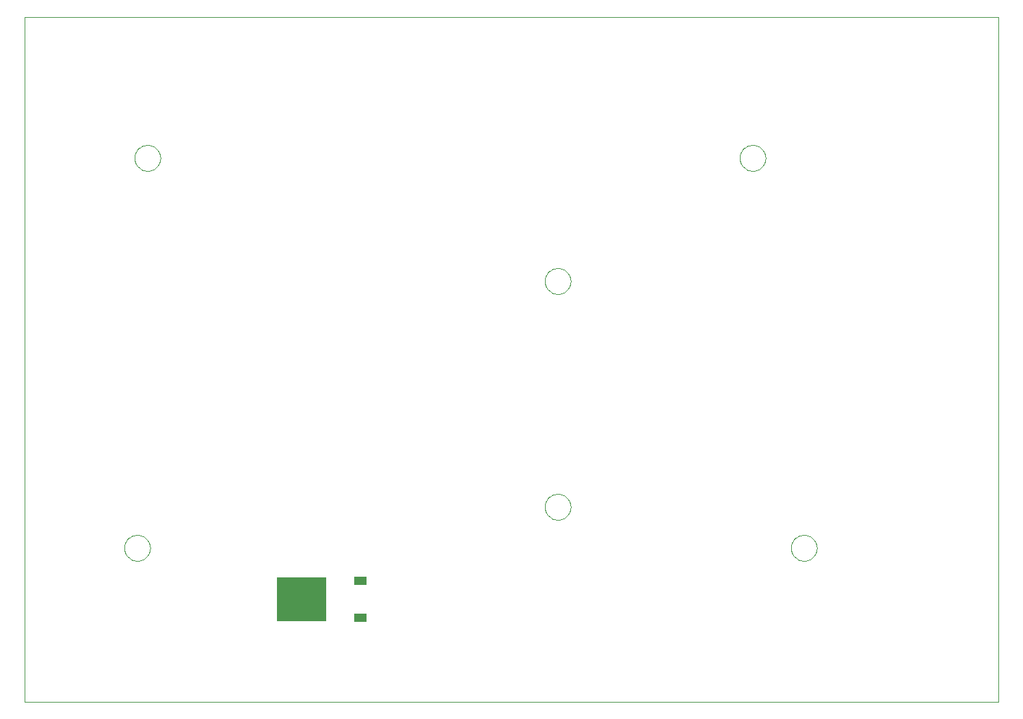
<source format=gbp>
G75*
%MOIN*%
%OFA0B0*%
%FSLAX24Y24*%
%IPPOS*%
%LPD*%
%AMOC8*
5,1,8,0,0,1.08239X$1,22.5*
%
%ADD10C,0.0000*%
%ADD11R,0.2441X0.2126*%
%ADD12R,0.0630X0.0394*%
D10*
X002625Y002680D02*
X002625Y036050D01*
X050117Y036050D01*
X050117Y002680D01*
X002625Y002680D01*
X007495Y010180D02*
X007497Y010230D01*
X007503Y010280D01*
X007513Y010329D01*
X007527Y010377D01*
X007544Y010424D01*
X007565Y010469D01*
X007590Y010513D01*
X007618Y010554D01*
X007650Y010593D01*
X007684Y010630D01*
X007721Y010664D01*
X007761Y010694D01*
X007803Y010721D01*
X007847Y010745D01*
X007893Y010766D01*
X007940Y010782D01*
X007988Y010795D01*
X008038Y010804D01*
X008087Y010809D01*
X008138Y010810D01*
X008188Y010807D01*
X008237Y010800D01*
X008286Y010789D01*
X008334Y010774D01*
X008380Y010756D01*
X008425Y010734D01*
X008468Y010708D01*
X008509Y010679D01*
X008548Y010647D01*
X008584Y010612D01*
X008616Y010574D01*
X008646Y010534D01*
X008673Y010491D01*
X008696Y010447D01*
X008715Y010401D01*
X008731Y010353D01*
X008743Y010304D01*
X008751Y010255D01*
X008755Y010205D01*
X008755Y010155D01*
X008751Y010105D01*
X008743Y010056D01*
X008731Y010007D01*
X008715Y009959D01*
X008696Y009913D01*
X008673Y009869D01*
X008646Y009826D01*
X008616Y009786D01*
X008584Y009748D01*
X008548Y009713D01*
X008509Y009681D01*
X008468Y009652D01*
X008425Y009626D01*
X008380Y009604D01*
X008334Y009586D01*
X008286Y009571D01*
X008237Y009560D01*
X008188Y009553D01*
X008138Y009550D01*
X008087Y009551D01*
X008038Y009556D01*
X007988Y009565D01*
X007940Y009578D01*
X007893Y009594D01*
X007847Y009615D01*
X007803Y009639D01*
X007761Y009666D01*
X007721Y009696D01*
X007684Y009730D01*
X007650Y009767D01*
X007618Y009806D01*
X007590Y009847D01*
X007565Y009891D01*
X007544Y009936D01*
X007527Y009983D01*
X007513Y010031D01*
X007503Y010080D01*
X007497Y010130D01*
X007495Y010180D01*
X027995Y012180D02*
X027997Y012230D01*
X028003Y012280D01*
X028013Y012329D01*
X028027Y012377D01*
X028044Y012424D01*
X028065Y012469D01*
X028090Y012513D01*
X028118Y012554D01*
X028150Y012593D01*
X028184Y012630D01*
X028221Y012664D01*
X028261Y012694D01*
X028303Y012721D01*
X028347Y012745D01*
X028393Y012766D01*
X028440Y012782D01*
X028488Y012795D01*
X028538Y012804D01*
X028587Y012809D01*
X028638Y012810D01*
X028688Y012807D01*
X028737Y012800D01*
X028786Y012789D01*
X028834Y012774D01*
X028880Y012756D01*
X028925Y012734D01*
X028968Y012708D01*
X029009Y012679D01*
X029048Y012647D01*
X029084Y012612D01*
X029116Y012574D01*
X029146Y012534D01*
X029173Y012491D01*
X029196Y012447D01*
X029215Y012401D01*
X029231Y012353D01*
X029243Y012304D01*
X029251Y012255D01*
X029255Y012205D01*
X029255Y012155D01*
X029251Y012105D01*
X029243Y012056D01*
X029231Y012007D01*
X029215Y011959D01*
X029196Y011913D01*
X029173Y011869D01*
X029146Y011826D01*
X029116Y011786D01*
X029084Y011748D01*
X029048Y011713D01*
X029009Y011681D01*
X028968Y011652D01*
X028925Y011626D01*
X028880Y011604D01*
X028834Y011586D01*
X028786Y011571D01*
X028737Y011560D01*
X028688Y011553D01*
X028638Y011550D01*
X028587Y011551D01*
X028538Y011556D01*
X028488Y011565D01*
X028440Y011578D01*
X028393Y011594D01*
X028347Y011615D01*
X028303Y011639D01*
X028261Y011666D01*
X028221Y011696D01*
X028184Y011730D01*
X028150Y011767D01*
X028118Y011806D01*
X028090Y011847D01*
X028065Y011891D01*
X028044Y011936D01*
X028027Y011983D01*
X028013Y012031D01*
X028003Y012080D01*
X027997Y012130D01*
X027995Y012180D01*
X039995Y010180D02*
X039997Y010230D01*
X040003Y010280D01*
X040013Y010329D01*
X040027Y010377D01*
X040044Y010424D01*
X040065Y010469D01*
X040090Y010513D01*
X040118Y010554D01*
X040150Y010593D01*
X040184Y010630D01*
X040221Y010664D01*
X040261Y010694D01*
X040303Y010721D01*
X040347Y010745D01*
X040393Y010766D01*
X040440Y010782D01*
X040488Y010795D01*
X040538Y010804D01*
X040587Y010809D01*
X040638Y010810D01*
X040688Y010807D01*
X040737Y010800D01*
X040786Y010789D01*
X040834Y010774D01*
X040880Y010756D01*
X040925Y010734D01*
X040968Y010708D01*
X041009Y010679D01*
X041048Y010647D01*
X041084Y010612D01*
X041116Y010574D01*
X041146Y010534D01*
X041173Y010491D01*
X041196Y010447D01*
X041215Y010401D01*
X041231Y010353D01*
X041243Y010304D01*
X041251Y010255D01*
X041255Y010205D01*
X041255Y010155D01*
X041251Y010105D01*
X041243Y010056D01*
X041231Y010007D01*
X041215Y009959D01*
X041196Y009913D01*
X041173Y009869D01*
X041146Y009826D01*
X041116Y009786D01*
X041084Y009748D01*
X041048Y009713D01*
X041009Y009681D01*
X040968Y009652D01*
X040925Y009626D01*
X040880Y009604D01*
X040834Y009586D01*
X040786Y009571D01*
X040737Y009560D01*
X040688Y009553D01*
X040638Y009550D01*
X040587Y009551D01*
X040538Y009556D01*
X040488Y009565D01*
X040440Y009578D01*
X040393Y009594D01*
X040347Y009615D01*
X040303Y009639D01*
X040261Y009666D01*
X040221Y009696D01*
X040184Y009730D01*
X040150Y009767D01*
X040118Y009806D01*
X040090Y009847D01*
X040065Y009891D01*
X040044Y009936D01*
X040027Y009983D01*
X040013Y010031D01*
X040003Y010080D01*
X039997Y010130D01*
X039995Y010180D01*
X027995Y023180D02*
X027997Y023230D01*
X028003Y023280D01*
X028013Y023329D01*
X028027Y023377D01*
X028044Y023424D01*
X028065Y023469D01*
X028090Y023513D01*
X028118Y023554D01*
X028150Y023593D01*
X028184Y023630D01*
X028221Y023664D01*
X028261Y023694D01*
X028303Y023721D01*
X028347Y023745D01*
X028393Y023766D01*
X028440Y023782D01*
X028488Y023795D01*
X028538Y023804D01*
X028587Y023809D01*
X028638Y023810D01*
X028688Y023807D01*
X028737Y023800D01*
X028786Y023789D01*
X028834Y023774D01*
X028880Y023756D01*
X028925Y023734D01*
X028968Y023708D01*
X029009Y023679D01*
X029048Y023647D01*
X029084Y023612D01*
X029116Y023574D01*
X029146Y023534D01*
X029173Y023491D01*
X029196Y023447D01*
X029215Y023401D01*
X029231Y023353D01*
X029243Y023304D01*
X029251Y023255D01*
X029255Y023205D01*
X029255Y023155D01*
X029251Y023105D01*
X029243Y023056D01*
X029231Y023007D01*
X029215Y022959D01*
X029196Y022913D01*
X029173Y022869D01*
X029146Y022826D01*
X029116Y022786D01*
X029084Y022748D01*
X029048Y022713D01*
X029009Y022681D01*
X028968Y022652D01*
X028925Y022626D01*
X028880Y022604D01*
X028834Y022586D01*
X028786Y022571D01*
X028737Y022560D01*
X028688Y022553D01*
X028638Y022550D01*
X028587Y022551D01*
X028538Y022556D01*
X028488Y022565D01*
X028440Y022578D01*
X028393Y022594D01*
X028347Y022615D01*
X028303Y022639D01*
X028261Y022666D01*
X028221Y022696D01*
X028184Y022730D01*
X028150Y022767D01*
X028118Y022806D01*
X028090Y022847D01*
X028065Y022891D01*
X028044Y022936D01*
X028027Y022983D01*
X028013Y023031D01*
X028003Y023080D01*
X027997Y023130D01*
X027995Y023180D01*
X037495Y029180D02*
X037497Y029230D01*
X037503Y029280D01*
X037513Y029329D01*
X037527Y029377D01*
X037544Y029424D01*
X037565Y029469D01*
X037590Y029513D01*
X037618Y029554D01*
X037650Y029593D01*
X037684Y029630D01*
X037721Y029664D01*
X037761Y029694D01*
X037803Y029721D01*
X037847Y029745D01*
X037893Y029766D01*
X037940Y029782D01*
X037988Y029795D01*
X038038Y029804D01*
X038087Y029809D01*
X038138Y029810D01*
X038188Y029807D01*
X038237Y029800D01*
X038286Y029789D01*
X038334Y029774D01*
X038380Y029756D01*
X038425Y029734D01*
X038468Y029708D01*
X038509Y029679D01*
X038548Y029647D01*
X038584Y029612D01*
X038616Y029574D01*
X038646Y029534D01*
X038673Y029491D01*
X038696Y029447D01*
X038715Y029401D01*
X038731Y029353D01*
X038743Y029304D01*
X038751Y029255D01*
X038755Y029205D01*
X038755Y029155D01*
X038751Y029105D01*
X038743Y029056D01*
X038731Y029007D01*
X038715Y028959D01*
X038696Y028913D01*
X038673Y028869D01*
X038646Y028826D01*
X038616Y028786D01*
X038584Y028748D01*
X038548Y028713D01*
X038509Y028681D01*
X038468Y028652D01*
X038425Y028626D01*
X038380Y028604D01*
X038334Y028586D01*
X038286Y028571D01*
X038237Y028560D01*
X038188Y028553D01*
X038138Y028550D01*
X038087Y028551D01*
X038038Y028556D01*
X037988Y028565D01*
X037940Y028578D01*
X037893Y028594D01*
X037847Y028615D01*
X037803Y028639D01*
X037761Y028666D01*
X037721Y028696D01*
X037684Y028730D01*
X037650Y028767D01*
X037618Y028806D01*
X037590Y028847D01*
X037565Y028891D01*
X037544Y028936D01*
X037527Y028983D01*
X037513Y029031D01*
X037503Y029080D01*
X037497Y029130D01*
X037495Y029180D01*
X007995Y029180D02*
X007997Y029230D01*
X008003Y029280D01*
X008013Y029329D01*
X008027Y029377D01*
X008044Y029424D01*
X008065Y029469D01*
X008090Y029513D01*
X008118Y029554D01*
X008150Y029593D01*
X008184Y029630D01*
X008221Y029664D01*
X008261Y029694D01*
X008303Y029721D01*
X008347Y029745D01*
X008393Y029766D01*
X008440Y029782D01*
X008488Y029795D01*
X008538Y029804D01*
X008587Y029809D01*
X008638Y029810D01*
X008688Y029807D01*
X008737Y029800D01*
X008786Y029789D01*
X008834Y029774D01*
X008880Y029756D01*
X008925Y029734D01*
X008968Y029708D01*
X009009Y029679D01*
X009048Y029647D01*
X009084Y029612D01*
X009116Y029574D01*
X009146Y029534D01*
X009173Y029491D01*
X009196Y029447D01*
X009215Y029401D01*
X009231Y029353D01*
X009243Y029304D01*
X009251Y029255D01*
X009255Y029205D01*
X009255Y029155D01*
X009251Y029105D01*
X009243Y029056D01*
X009231Y029007D01*
X009215Y028959D01*
X009196Y028913D01*
X009173Y028869D01*
X009146Y028826D01*
X009116Y028786D01*
X009084Y028748D01*
X009048Y028713D01*
X009009Y028681D01*
X008968Y028652D01*
X008925Y028626D01*
X008880Y028604D01*
X008834Y028586D01*
X008786Y028571D01*
X008737Y028560D01*
X008688Y028553D01*
X008638Y028550D01*
X008587Y028551D01*
X008538Y028556D01*
X008488Y028565D01*
X008440Y028578D01*
X008393Y028594D01*
X008347Y028615D01*
X008303Y028639D01*
X008261Y028666D01*
X008221Y028696D01*
X008184Y028730D01*
X008150Y028767D01*
X008118Y028806D01*
X008090Y028847D01*
X008065Y028891D01*
X008044Y028936D01*
X008027Y028983D01*
X008013Y029031D01*
X008003Y029080D01*
X007997Y029130D01*
X007995Y029180D01*
D11*
X016141Y007680D03*
D12*
X019015Y006782D03*
X019015Y008578D03*
M02*

</source>
